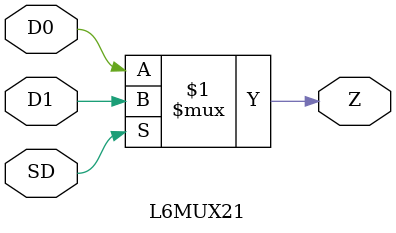
<source format=v>
`default_nettype none
module L6MUX21 (input D0, D1, SD, output Z);
	assign Z = SD ? D1 : D0;
endmodule

</source>
